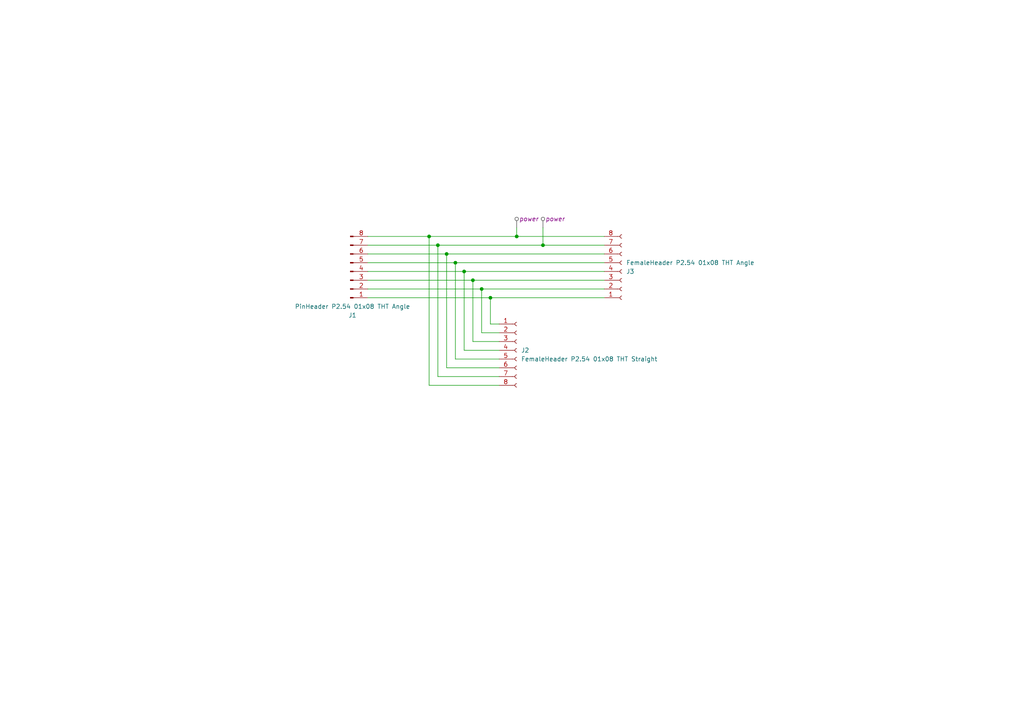
<source format=kicad_sch>
(kicad_sch (version 20231120) (generator "eeschema") (generator_version "8.0")
  (paper "A4")
  (lib_symbols
    (symbol "kicad_inventree_lib:FemaleHeader P2.54 01x08 THT Angle" (pin_names (offset 1.016) hide)
      (property "Reference" "J" (at 0 10.16 0))
      (property "Value" "FemaleHeader P2.54 01x08 THT Angle" (at 0 -12.7 0))
      (symbol "FemaleHeader P2.54 01x08 THT Angle_1_1"
        (arc (start 0 -9.652) (mid -0.5058 -10.16) (end 0 -10.668) (stroke (width 0.1524)))
        (arc (start 0 -7.112) (mid -0.5058 -7.62) (end 0 -8.128) (stroke (width 0.1524)))
        (arc (start 0 -4.572) (mid -0.5058 -5.08) (end 0 -5.588) (stroke (width 0.1524)))
        (arc (start 0 -2.032) (mid -0.5058 -2.54) (end 0 -3.048) (stroke (width 0.1524)))
        (polyline (pts (xy -1.27 -10.16) (xy -0.508 -10.16)) (stroke (width 0.1524)))
        (polyline (pts (xy -1.27 -7.62) (xy -0.508 -7.62)) (stroke (width 0.1524)))
        (polyline (pts (xy -1.27 -5.08) (xy -0.508 -5.08)) (stroke (width 0.1524)))
        (polyline (pts (xy -1.27 -2.54) (xy -0.508 -2.54)) (stroke (width 0.1524)))
        (polyline (pts (xy -1.27 0) (xy -0.508 0)) (stroke (width 0.1524)))
        (polyline (pts (xy -1.27 2.54) (xy -0.508 2.54)) (stroke (width 0.1524)))
        (polyline (pts (xy -1.27 5.08) (xy -0.508 5.08)) (stroke (width 0.1524)))
        (polyline (pts (xy -1.27 7.62) (xy -0.508 7.62)) (stroke (width 0.1524)))
        (arc (start 0 0.508) (mid -0.5058 0) (end 0 -0.508) (stroke (width 0.1524)))
        (arc (start 0 3.048) (mid -0.5058 2.54) (end 0 2.032) (stroke (width 0.1524)))
        (arc (start 0 5.588) (mid -0.5058 5.08) (end 0 4.572) (stroke (width 0.1524)))
        (arc (start 0 8.128) (mid -0.5058 7.62) (end 0 7.112) (stroke (width 0.1524)))
        (pin passive line (at -5.08 7.62 0) (length 3.81) (name "Pin_1") (number "1"))
        (pin passive line (at -5.08 5.08 0) (length 3.81) (name "Pin_2") (number "2"))
        (pin passive line (at -5.08 2.54 0) (length 3.81) (name "Pin_3") (number "3"))
        (pin passive line (at -5.08 0 0) (length 3.81) (name "Pin_4") (number "4"))
        (pin passive line (at -5.08 -2.54 0) (length 3.81) (name "Pin_5") (number "5"))
        (pin passive line (at -5.08 -5.08 0) (length 3.81) (name "Pin_6") (number "6"))
        (pin passive line (at -5.08 -7.62 0) (length 3.81) (name "Pin_7") (number "7"))
        (pin passive line (at -5.08 -10.16 0) (length 3.81) (name "Pin_8") (number "8"))
      )
    )
    (symbol "kicad_inventree_lib:FemaleHeader P2.54 01x08 THT Straight" (pin_names (offset 1.016) hide)
      (property "Reference" "J" (at 0 10.16 0))
      (property "Value" "FemaleHeader P2.54 01x08 THT Straight" (at 0 -12.7 0))
      (symbol "FemaleHeader P2.54 01x08 THT Straight_1_1"
        (arc (start 0 -9.652) (mid -0.5058 -10.16) (end 0 -10.668) (stroke (width 0.1524)))
        (arc (start 0 -7.112) (mid -0.5058 -7.62) (end 0 -8.128) (stroke (width 0.1524)))
        (arc (start 0 -4.572) (mid -0.5058 -5.08) (end 0 -5.588) (stroke (width 0.1524)))
        (arc (start 0 -2.032) (mid -0.5058 -2.54) (end 0 -3.048) (stroke (width 0.1524)))
        (polyline (pts (xy -1.27 -10.16) (xy -0.508 -10.16)) (stroke (width 0.1524)))
        (polyline (pts (xy -1.27 -7.62) (xy -0.508 -7.62)) (stroke (width 0.1524)))
        (polyline (pts (xy -1.27 -5.08) (xy -0.508 -5.08)) (stroke (width 0.1524)))
        (polyline (pts (xy -1.27 -2.54) (xy -0.508 -2.54)) (stroke (width 0.1524)))
        (polyline (pts (xy -1.27 0) (xy -0.508 0)) (stroke (width 0.1524)))
        (polyline (pts (xy -1.27 2.54) (xy -0.508 2.54)) (stroke (width 0.1524)))
        (polyline (pts (xy -1.27 5.08) (xy -0.508 5.08)) (stroke (width 0.1524)))
        (polyline (pts (xy -1.27 7.62) (xy -0.508 7.62)) (stroke (width 0.1524)))
        (arc (start 0 0.508) (mid -0.5058 0) (end 0 -0.508) (stroke (width 0.1524)))
        (arc (start 0 3.048) (mid -0.5058 2.54) (end 0 2.032) (stroke (width 0.1524)))
        (arc (start 0 5.588) (mid -0.5058 5.08) (end 0 4.572) (stroke (width 0.1524)))
        (arc (start 0 8.128) (mid -0.5058 7.62) (end 0 7.112) (stroke (width 0.1524)))
        (pin passive line (at -5.08 7.62 0) (length 3.81) (name "Pin_1") (number "1"))
        (pin passive line (at -5.08 5.08 0) (length 3.81) (name "Pin_2") (number "2"))
        (pin passive line (at -5.08 2.54 0) (length 3.81) (name "Pin_3") (number "3"))
        (pin passive line (at -5.08 0 0) (length 3.81) (name "Pin_4") (number "4"))
        (pin passive line (at -5.08 -2.54 0) (length 3.81) (name "Pin_5") (number "5"))
        (pin passive line (at -5.08 -5.08 0) (length 3.81) (name "Pin_6") (number "6"))
        (pin passive line (at -5.08 -7.62 0) (length 3.81) (name "Pin_7") (number "7"))
        (pin passive line (at -5.08 -10.16 0) (length 3.81) (name "Pin_8") (number "8"))
      )
    )
    (symbol "kicad_inventree_lib:PinHeader P2.54 01x08 THT Angle" (pin_names (offset 1.016) hide)
      (property "Reference" "J" (at 0 10.16 0))
      (property "Value" "PinHeader P2.54 01x08 THT Angle" (at 0 -12.7 0))
      (symbol "PinHeader P2.54 01x08 THT Angle_1_1"
        (polyline (pts (xy 1.27 -10.16) (xy 0.8636 -10.16)) (stroke (width 0.1524)))
        (polyline (pts (xy 1.27 -7.62) (xy 0.8636 -7.62)) (stroke (width 0.1524)))
        (polyline (pts (xy 1.27 -5.08) (xy 0.8636 -5.08)) (stroke (width 0.1524)))
        (polyline (pts (xy 1.27 -2.54) (xy 0.8636 -2.54)) (stroke (width 0.1524)))
        (polyline (pts (xy 1.27 0) (xy 0.8636 0)) (stroke (width 0.1524)))
        (polyline (pts (xy 1.27 2.54) (xy 0.8636 2.54)) (stroke (width 0.1524)))
        (polyline (pts (xy 1.27 5.08) (xy 0.8636 5.08)) (stroke (width 0.1524)))
        (polyline (pts (xy 1.27 7.62) (xy 0.8636 7.62)) (stroke (width 0.1524)))
        (rectangle (start 0.8636 -10.033) (end 0 -10.287) (stroke (width 0.1524)) (fill (type outline)))
        (rectangle (start 0.8636 -7.493) (end 0 -7.747) (stroke (width 0.1524)) (fill (type outline)))
        (rectangle (start 0.8636 -4.953) (end 0 -5.207) (stroke (width 0.1524)) (fill (type outline)))
        (rectangle (start 0.8636 -2.413) (end 0 -2.667) (stroke (width 0.1524)) (fill (type outline)))
        (rectangle (start 0.8636 0.127) (end 0 -0.127) (stroke (width 0.1524)) (fill (type outline)))
        (rectangle (start 0.8636 2.667) (end 0 2.413) (stroke (width 0.1524)) (fill (type outline)))
        (rectangle (start 0.8636 5.207) (end 0 4.953) (stroke (width 0.1524)) (fill (type outline)))
        (rectangle (start 0.8636 7.747) (end 0 7.493) (stroke (width 0.1524)) (fill (type outline)))
        (pin passive line (at 5.08 7.62 180) (length 3.81) (name "Pin_1") (number "1"))
        (pin passive line (at 5.08 5.08 180) (length 3.81) (name "Pin_2") (number "2"))
        (pin passive line (at 5.08 2.54 180) (length 3.81) (name "Pin_3") (number "3"))
        (pin passive line (at 5.08 0 180) (length 3.81) (name "Pin_4") (number "4"))
        (pin passive line (at 5.08 -2.54 180) (length 3.81) (name "Pin_5") (number "5"))
        (pin passive line (at 5.08 -5.08 180) (length 3.81) (name "Pin_6") (number "6"))
        (pin passive line (at 5.08 -7.62 180) (length 3.81) (name "Pin_7") (number "7"))
        (pin passive line (at 5.08 -10.16 180) (length 3.81) (name "Pin_8") (number "8"))
      )
    )
  )
  (junction (at 139.7 83.82))
  (junction (at 124.46 68.58))
  (junction (at 132.08 76.2))
  (junction (at 142.24 86.36))
  (junction (at 149.86 68.58))
  (junction (at 134.62 78.74))
  (junction (at 127 71.12))
  (junction (at 137.16 81.28))
  (junction (at 157.48 71.12))
  (junction (at 129.54 73.66))
  (wire (pts (xy 124.46 68.58) (xy 149.86 68.58)))
  (wire (pts (xy 144.78 109.22) (xy 127 109.22)))
  (wire (pts (xy 137.16 81.28) (xy 175.26 81.28)))
  (wire (pts (xy 144.78 99.06) (xy 137.16 99.06)))
  (wire (pts (xy 132.08 104.14) (xy 132.08 76.2)))
  (wire (pts (xy 132.08 76.2) (xy 175.26 76.2)))
  (wire (pts (xy 144.78 101.6) (xy 134.62 101.6)))
  (wire (pts (xy 157.48 66.04) (xy 157.48 71.12)))
  (wire (pts (xy 129.54 73.66) (xy 175.26 73.66)))
  (wire (pts (xy 142.24 93.98) (xy 142.24 86.36)))
  (wire (pts (xy 127 71.12) (xy 157.48 71.12)))
  (wire (pts (xy 129.54 106.68) (xy 129.54 73.66)))
  (wire (pts (xy 137.16 99.06) (xy 137.16 81.28)))
  (wire (pts (xy 127 109.22) (xy 127 71.12)))
  (wire (pts (xy 106.68 86.36) (xy 142.24 86.36)))
  (wire (pts (xy 106.68 81.28) (xy 137.16 81.28)))
  (wire (pts (xy 149.86 68.58) (xy 175.26 68.58)))
  (wire (pts (xy 139.7 83.82) (xy 175.26 83.82)))
  (wire (pts (xy 149.86 66.04) (xy 149.86 68.58)))
  (wire (pts (xy 134.62 78.74) (xy 175.26 78.74)))
  (wire (pts (xy 106.68 76.2) (xy 132.08 76.2)))
  (wire (pts (xy 142.24 86.36) (xy 175.26 86.36)))
  (wire (pts (xy 144.78 96.52) (xy 139.7 96.52)))
  (wire (pts (xy 157.48 71.12) (xy 175.26 71.12)))
  (wire (pts (xy 106.68 73.66) (xy 129.54 73.66)))
  (wire (pts (xy 144.78 93.98) (xy 142.24 93.98)))
  (wire (pts (xy 106.68 83.82) (xy 139.7 83.82)))
  (wire (pts (xy 106.68 71.12) (xy 127 71.12)))
  (wire (pts (xy 134.62 101.6) (xy 134.62 78.74)))
  (wire (pts (xy 139.7 96.52) (xy 139.7 83.82)))
  (wire (pts (xy 124.46 111.76) (xy 124.46 68.58)))
  (wire (pts (xy 144.78 104.14) (xy 132.08 104.14)))
  (wire (pts (xy 144.78 106.68) (xy 129.54 106.68)))
  (wire (pts (xy 106.68 68.58) (xy 124.46 68.58)))
  (wire (pts (xy 144.78 111.76) (xy 124.46 111.76)))
  (wire (pts (xy 106.68 78.74) (xy 134.62 78.74)))
  (netclass_flag "" (length 2.54) (shape round) (at 157.48 66.04 0) (property "Netclass" "power" (at 158.1785 63.5 0) (effects (font (italic yes)) (justify left))))
  (netclass_flag "" (length 2.54) (shape round) (at 149.86 66.04 0) (property "Netclass" "power" (at 150.5585 63.5 0) (effects (font (italic yes)) (justify left))))
  (symbol (lib_id "kicad_inventree_lib:PinHeader P2.54 01x08 THT Angle") (at 101.6 78.74 0) (mirror x) (unit 1)
    (property "Reference" "J1" (at 102.235 91.44 0))
    (property "Value" "PinHeader P2.54 01x08 THT Angle" (at 102.235 88.9 0))
    (property "Footprint" "Connector_PinHeader_2.54mm:PinHeader_1x08_P2.54mm_Horizontal" (effects (hide yes)))
    (property "Datasheet" "http://inventree.network/part/11/" (effects (hide yes)))
    (property "Description" "Generic connector, single row, 01x08, script generated" (effects (hide yes)))
    (property "part_ipn" "PinHeader P2.54 01x08 THT Angle" (effects (hide yes)))
  )
  (symbol (lib_id "kicad_inventree_lib:FemaleHeader P2.54 01x08 THT Angle") (at 180.34 78.74 0) (mirror x) (unit 1)
    (property "Reference" "J3" (at 181.61 78.7401 0) (effects (justify left)))
    (property "Value" "FemaleHeader P2.54 01x08 THT Angle" (at 181.61 76.2001 0) (effects (justify left)))
    (property "Footprint" "Connector_PinSocket_2.54mm:PinSocket_1x08_P2.54mm_Horizontal" (effects (hide yes)))
    (property "Datasheet" "http://inventree.network/part/13/" (effects (hide yes)))
    (property "Description" "Generic connector, single row, 01x08, script generated" (effects (hide yes)))
    (property "part_ipn" "FemaleHeader P2.54 01x08 THT Angle" (effects (hide yes)))
  )
  (symbol (lib_id "kicad_inventree_lib:FemaleHeader P2.54 01x08 THT Straight") (at 149.86 101.6 0) (unit 1)
    (property "Reference" "J2" (at 151.13 101.5999 0) (effects (justify left)))
    (property "Value" "FemaleHeader P2.54 01x08 THT Straight" (at 151.13 104.1399 0) (effects (justify left)))
    (property "Footprint" "Connector_PinSocket_2.54mm:PinSocket_1x08_P2.54mm_Vertical" (effects (hide yes)))
    (property "Datasheet" "http://inventree.network/part/12/" (effects (hide yes)))
    (property "Description" "Generic connector, single row, 01x08, script generated" (effects (hide yes)))
    (property "part_ipn" "FemaleHeader P2.54 01x08 THT Straight" (effects (hide yes)))
  )
)
</source>
